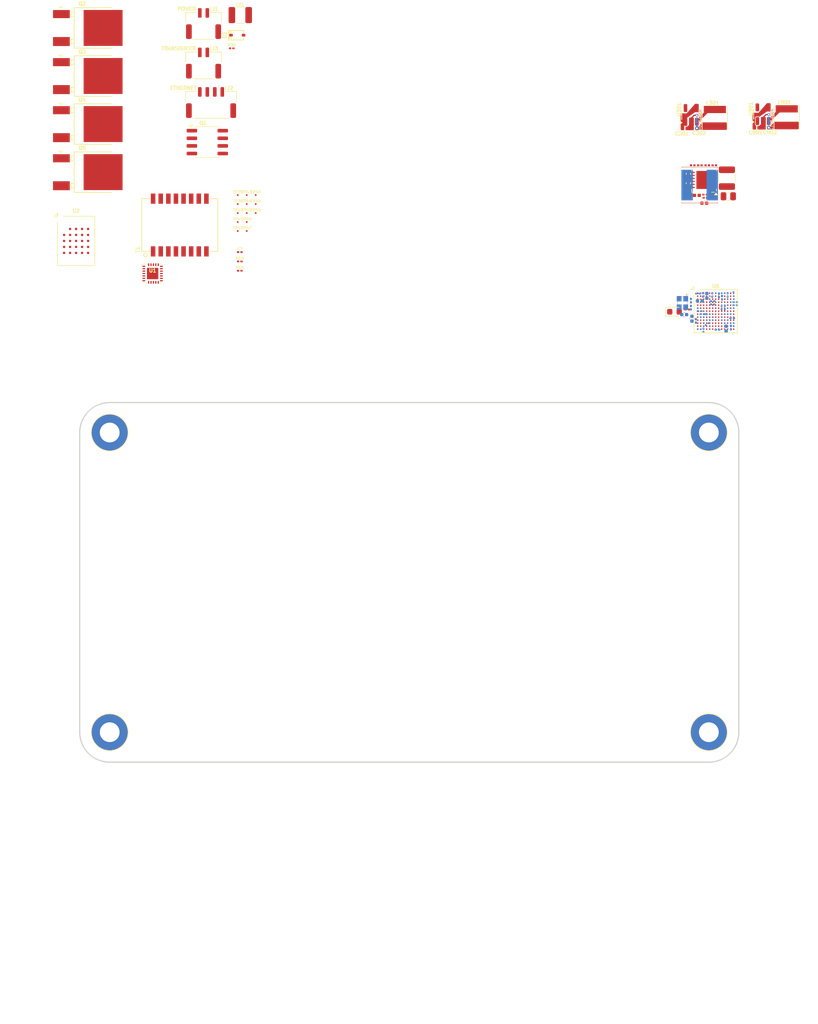
<source format=kicad_pcb>
(kicad_pcb (version 20241229) (generator "pcbnew") (generator_version "9.0")
  (title_block (title "Sonar Development Board"))
  (layers (0 "F.Cu" signal) (2 "B.Cu" signal) (13 "F.Paste" user) (15 "B.Paste" user) (5 "F.SilkS" user "F.Silkscreen") (7 "B.SilkS" user "B.Silkscreen") (1 "F.Mask" user) (3 "B.Mask" user) (25 "Edge.Cuts" user))
  (property "PCBA_BR_REVISION" "A")
  (property "PCBA_BR_TAB_NUMBER" "002")
  (property "PCB_BR_BASE_NUMBER" "103907")
  (property "PCB_BR_REVISION" "A")
  (property "SCALE" "1")
  (net 0 "")
  (net 1 "/MCU/VCAP1")
  (net 2 "Net-(D1-A)")
  (net 3 "GND")
  (net 6 "3V3")
  (net 7 "/Power/V_SENSE")
  (net 9 "/MCU/OSC_IN")
  (net 10 "/MCU/OSC_OUT")
  (net 11 "/Power/3V3 Buck/SW")
  (net 13 "/MCU/VCAP2")
  (net 15 "Net-(U6-BOOT0)")
  (net 21 "/MCU/nRST")
  (net 23 "/Power/3V3")
  (net 30 "/Power/VIN_PROTECTED")
  (net 33 "VIN")
  (net 45 "Net-(D2-A)")
  (net 68 "/ETH.RX-")
  (net 70 "/ETH.RX+")
  (net 73 "/ETH.TX+")
  (net 80 "/ETH.TX-")
  (net 81 "/SONAR_SIGNAL")
  (net 106 "/MCU/COMM_P")
  (net 107 "/MCU/TIM4_CH1")
  (net 110 "/MCU/TIM4_CH3")
  (net 112 "/MCU/COMM_N")
  (net 115 "/MCU/DEBUG_LED")
  (net 117 "Net-(U1-RD_N)")
  (net 122 "Net-(U1-TD_N)")
  (net 124 "/Ethernet/ETH.TX-")
  (net 126 "VDDA")
  (net 128 "Net-(U1-RD_P)")
  (net 130 "/Ethernet/ETH.RX+")
  (net 134 "/Ethernet/ETH.RX-")
  (net 136 "Net-(U1-TD_P)")
  (net 143 "/Ethernet/ETH.TX+")
  (net 145 "Net-(U5-BST)")
  (net 147 "Net-(U5-FB)")
  (net 148 "Net-(U5-VCC)")
  (net 149 "VIN_PROTECTED")
  (net 150 "Net-(U5-RON)")
  (net 151 "PGND_3V3")
  (net 152 "Net-(U5-EN{slash}UVLO)")
  (net 153 "Net-(U5-SS)")
  (net 154 "Net-(C23-Pad1)")
  (net 155 "/MCU/PHY_WAKE_IN")
  (net 156 "/MCU/PHY_INH")
  (net 157 "/MCU/PHY_nRST")
  (net 158 "/MCU/I2C4.SDA")
  (net 159 "/MCU/PHY_WAKE_OUT")
  (net 160 "/MCU/PHY_nIRQ")
  (net 161 "/MCU/SWDIO")
  (net 162 "/MCU/SWCLK")
  (net 163 "/MCU/PHY_REF_CLK")
  (net 164 "/MCU/MAC.MDIO")
  (net 165 "/MCU/ISENSE")
  (net 166 "/MCU/DAC")
  (net 167 "/MCU/MAC.RXDV")
  (net 168 "/MCU/USART1.TX")
  (net 169 "/MCU/USART1.RX")
  (net 170 "/MCU/PHY_GPIO0")
  (net 171 "/MCU/VTHERM")
  (net 172 "/MCU/MAC.RXER")
  (net 173 "/MCU/MAC.TXEN")
  (net 174 "/MCU/MAC.TXD0")
  (net 175 "/MCU/MAC.TXD1")
  (net 176 "/MCU/MAC.MDC")
  (net 177 "/MCU/MAC.RXD0")
  (net 178 "/MCU/MAC.RXD1")
  (net 179 "/MCU/BOOST_MODE")
  (net 180 "/MCU/LED_ENABLE")
  (net 181 "/MCU/OCTOSPI1.DQS")
  (net 182 "/MCU/OCTOSPI1.NCLK")
  (net 183 "/MCU/VSENSE")
  (net 184 "/MCU/T1S_TERM_GATE")
  (net 185 "/MCU/I2C4.SCL")
  (net 186 "/MCU/OCTOSPI1.IO2")
  (net 187 "/MCU/OCTOSPI1.IO5")
  (net 188 "/MCU/OCTOSPI1.IO6")
  (net 189 "/MCU/OCTOSPI1.IO7")
  (net 190 "/MCU/OCTOSPI1.NCS")
  (net 191 "/MCU/OCTOSPI1.CLK")
  (net 192 "/MCU/OCTOSPI1.IO1")
  (net 193 "/MCU/OCTOSPI1.IO0")
  (net 194 "/MCU/OCTOSPI1.IO3")
  (net 195 "/MCU/OCTOSPI1.IO4")
  (net 196 "/MCU/PSRAM_nRST")
  (net 197 "/Ethernet/MAC.TXEN")
  (net 199 "/Ethernet/MAC.TXD1")
  (net 207 "/Ethernet/MAC.TXD0")
  (net 208 "/Ethernet/MAC.RXD1")
  (net 209 "/Ethernet/MAC.RXD0")
  (net 210 "/Ethernet/MAC.MDC")
  (net 211 "/Ethernet/MAC.MDIO")
  (net 213 "/Ethernet/MAC.RXER")
  (net 215 "/Ethernet/MAC.CRSDV")
  (net 217 "/Ethernet/nRST")
  (net 242 "/3V3 Buck/SW")
  (net 243 "/3V3 Buck/RSET")
  (net 244 "/3V3 Buck/PGND")
  (net 245 "5V")
  (net 246 "/1V1 Buck/PGND")
  (net 247 "/1V1 Buck/SW")
  (net 248 "/1V1 Buck/RSET")
  (net 249 "1V1")
  (net 250 "/1V1 Buck/EN")
  (footprint "BR_Passives:R_0201_0603Metric-minimized" (layer "F.Cu") (at 141.372352 68.975895 180)
    (property "Reference" "R35" (hide yes))
    (property "Value" "3k")
  )
  (footprint "BR_Passives:C_0402_1005Metric-minimized" (layer "F.Cu") (at 152.999847 38.641377)
    (property "Reference" "C901")
    (property "Value" "10uF 10V")
  )
  (footprint "BR_Optoelectronics:LED_0603_1608Metric" (layer "F.Cu") (at 139.262146 69.345804)
    (property "Reference" "D1" (hide yes))
    (property "Value" "DEBUG" (hide yes))
  )
  (footprint "BR_Virtual_Parts:TP_ROUND_SMT_300um" (layer "F.Cu") (at 67.867347 49.875127)
    (property "Reference" "TP43")
    (property "Value" "TP_ROUND_TH_300um" (hide yes))
  )
  (footprint "BR_Passives:R_0201_0603Metric-minimized" (layer "F.Cu") (at 142.3075 44.905 180)
    (property "Reference" "R4" (hide yes))
    (property "Value" "49k9")
  )
  (footprint "BR_Virtual_Parts:TP_ROUND_SMT_300um" (layer "F.Cu") (at 66.367347 55.875127)
    (property "Reference" "TP42")
    (property "Value" "TP_ROUND_TH_300um" (hide yes))
  )
  (footprint "BR_Passives:R_0201_0603Metric-minimized" (layer "F.Cu") (at 144.3725 49.805)
    (property "Reference" "R6" (hide yes))
    (property "Value" "10k")
  )
  (footprint "BR_Virtual_Parts:TP_ROUND_SMT_300um" (layer "F.Cu") (at 69.367347 52.875127)
    (property "Reference" "TP50")
    (property "Value" "TP_ROUND_TH_300um" (hide yes))
  )
  (footprint "BR_Passives:C_0402_1005Metric-minimized" (layer "F.Cu") (at 142.99 49.93)
    (property "Reference" "C23" (hide yes))
    (property "Value" "1uF 50V" (hide yes))
  )
  (footprint "BR_Passives:C_0402_1005Metric-minimized" (layer "F.Cu") (at 141.59 46.33 90)
    (property "Reference" "C46" (hide yes))
    (property "Value" "1uF 50V" (hide yes))
  )
  (footprint "BR_IC:UFBGA-169_7x7mm_Layout13x13_P0.5mm-minimized" (layer "F.Cu") (at 146.14 69.2475)
    (property "Reference" "U6")
    (property "Value" "STM32H563AII3Q" (hide yes))
  )
  (footprint "BR_Connectors_JST:BM02B-GHS-TBT" (layer "F.Cu") (at 60.667347 28.253274)
    (property "Reference" "J3")
    (property "Value" "TRANSDUCER")
  )
  (footprint "BR_Connectors_JST:BM02B-GHS-TBT" (layer "F.Cu") (at 60.667347 21.660127)
    (property "Reference" "J1")
    (property "Value" "POWER")
  )
  (footprint "BR_IC:WQFN-24-3x3x0.8mm-DRV8311" (layer "F.Cu") (at 52.167347 62.970127)
    (property "Reference" "U1")
    (property "Value" "DP83825IRMQR" (hide yes))
  )
  (footprint "BR_Virtual_Parts:M3_Clearance_Plated_6mm" (layer "F.Cu") (at 44.999847 139.500127)
    (property "Reference" "H3" (hide yes))
    (property "Value" "M3_Clearance_Plated_6mm" (hide yes))
  )
  (footprint "BR_SOT:SOT-23-5_mini" (layer "F.Cu") (at 154.049847 36.391377 90)
    (property "Reference" "U901")
    (property "Value" "TLV62569DBVR" (hide yes))
  )
  (footprint "BR_Virtual_Parts:TP_ROUND_SMT_300um" (layer "F.Cu") (at 69.367347 51.375127)
    (property "Reference" "TP49")
    (property "Value" "TP_ROUND_TH_300um" (hide yes))
  )
  (footprint "BR_SOT:TO-252-2_L6.5-W6.1-P4.58-LS10.0-TL" (layer "F.Cu") (at 40.417347 21.970127)
    (property "Reference" "Q2")
    (property "Value" "MJD44H11T4G")
  )
  (footprint "BR_Virtual_Parts:M3_Clearance_Plated_6mm" (layer "F.Cu") (at 144.999847 89.500127)
    (property "Reference" "H1" (hide yes))
    (property "Value" "M3_Clearance_Plated_6mm" (hide yes))
  )
  (footprint "BR_Virtual_Parts:M3_Clearance_Plated_6mm" (layer "F.Cu") (at 144.999847 139.500127)
    (property "Reference" "H4" (hide yes))
    (property "Value" "M3_Clearance_Plated_6mm" (hide yes))
  )
  (footprint "BR_Passives:C_0402_1005Metric-minimized" (layer "F.Cu") (at 140.999847 38.750127)
    (property "Reference" "C301")
    (property "Value" "10uF 10V")
  )
  (footprint "BR_SOT:TO-252-2_L6.5-W6.1-P4.58-LS10.0-TL" (layer "F.Cu") (at 40.417347 38.010127)
    (property "Reference" "Q4")
    (property "Value" "MJD45H11T4G")
  )
  (footprint "BR_Passives:R_0201_0603Metric-minimized" (layer "F.Cu") (at 144.7375 44.905 180)
    (property "Reference" "R38" (hide yes))
    (property "Value" "10k")
  )
  (footprint "BR_Virtual_Parts:TP_ROUND_SMT_300um" (layer "F.Cu") (at 66.367347 52.875127)
    (property "Reference" "TP40")
    (property "Value" "TP_ROUND_TH_300um" (hide yes))
  )
  (footprint "BR_Passives:C_0402_1005Metric-minimized" (layer "F.Cu") (at 154.599847 38.641377 180)
    (property "Reference" "C902")
    (property "Value" "10uF 10V")
  )
  (footprint "BR_Virtual_Parts:TP_ROUND_SMT_300um" (layer "F.Cu") (at 69.367347 49.875127)
    (property "Reference" "TP48")
    (property "Value" "TP_ROUND_TH_300um" (hide yes))
  )
  (footprint "BR_Connectors_JST:BM04B-GHS-TBT" (layer "F.Cu") (at 61.917347 34.840127)
    (property "Reference" "J2")
    (property "Value" "ETHERNET")
  )
  (footprint "BR_IC:BGA-24_6x8mm_Layout5x5_P1.0mm" (layer "F.Cu") (at 39.392347 57.530127)
    (property "Reference" "U2")
    (property "Value" "W958D8NBYA5I")
  )
  (footprint "BR_Passives:C_1210_3225Metric" (layer "F.Cu") (at 66.792347 19.850127)
    (property "Reference" "C61")
    (property "Value" "10uF 100V" (hide yes))
  )
  (footprint "BR_SOT:TO-252-2_L6.5-W6.1-P4.58-LS10.0-TL" (layer "F.Cu") (at 40.417347 29.990127)
    (property "Reference" "Q3")
    (property "Value" "MJD45H11T4G")
  )
  (footprint "BR_Virtual_Parts:NetTie-2_SMD_Pad_0.18mm_wide_long" (layer "F.Cu") (at 142.694252 36.556914)
    (property "Reference" "NT301" (hide yes))
    (property "Value" "NetTie-2_0.18mm" (hide yes))
  )
  (footprint "BR_Passives:R_0201_0603Metric-minimized" (layer "F.Cu") (at 141.74 49.28 -90)
    (property "Reference" "R8" (hide yes))
    (property "Value" "10k")
  )
  (footprint "BR_Virtual_Parts:TP_ROUND_SMT_300um" (layer "F.Cu") (at 67.867347 55.875127)
    (property "Reference" "TP47")
    (property "Value" "TP_ROUND_TH_300um" (hide yes))
  )
  (footprint "BR_Inductors:H1102FNL" (layer "F.Cu") (at 56.692347 54.875127)
    (property "Reference" "T1")
    (property "Value" "HR641680E" (hide yes))
  )
  (footprint "BR_Virtual_Parts:TP_ROUND_SMT_300um" (layer "F.Cu") (at 66.367347 49.875127)
    (property "Reference" "TP35")
    (property "Value" "TP_ROUND_TH_300um" (hide yes))
  )
  (footprint "BR_SOT:SOT-23-5_mini" (layer "F.Cu") (at 142.049847 36.500127 90)
    (property "Reference" "U301")
    (property "Value" "TLV62569DBVR" (hide yes))
  )
  (footprint "BR_Passives:C_0402_1005Metric-minimized" (layer "F.Cu") (at 142.599847 38.750127 180)
    (property "Reference" "C302")
    (property "Value" "10uF 10V")
  )
  (footprint "BR_Passives:C_1210_3225Metric" (layer "F.Cu") (at 148.013612 47.059117 -90)
    (property "Reference" "C58" (hide yes))
    (property "Value" "10uF 100V" (hide yes))
  )
  (footprint "BR_Passives:C_0402_1005Metric-minimized" (layer "F.Cu") (at 144.244672 51.232886)
    (property "Reference" "C56" (hide yes))
    (property "Value" "10nF 50V" (hide yes))
  )
  (footprint "BR_Passives:C_0402_1005Metric-minimized" (layer "F.Cu") (at 141.59 47.905 -90)
    (property "Reference" "C20" (hide yes))
    (property "Value" "10nF 50V" (hide yes))
  )
  (footprint "BR_Virtual_Parts:TP_ROUND_SMT_300um" (layer "F.Cu") (at 67.867347 54.375127)
    (property "Reference" "TP46")
    (property "Value" "TP_ROUND_TH_300um" (hide yes))
  )
  (footprint "BR_Passives:C_0805_2012Metric-minimized" (layer "F.Cu") (at 148.244672 50.082886)
    (property "Reference" "C59" (hide yes))
    (property "Value" "22uF 25V" (hide yes))
  )
  (footprint "BR_Virtual_Parts:TP_ROUND_SMT_300um" (layer "F.Cu") (at 67.867347 51.375127)
    (property "Reference" "TP44")
    (property "Value" "TP_ROUND_TH_300um" (hide yes))
  )
  (footprint "BR_IC:WSON-12-1EP_4x4mm_P0.5mm_EP2.6x3mm" (layer "F.Cu") (at 144.222494 47.355 180)
    (property "Reference" "U5" (hide yes))
    (property "Value" "LM5160ADNTR" (hide yes))
  )
  (footprint "BR_Passives:R_0201_0603Metric-minimized" (layer "F.Cu") (at 65.367347 25.400127)
    (property "Reference" "R36")
    (property "Value" "47k")
  )
  (footprint "BR_Inductors:L_Taiyo-Yuden_NR-4018" (layer "F.Cu") (at 157.999847 36.891377 -90)
    (property "Reference" "L901")
    (property "Value" "2u2 2.2A" (hide yes))
  )
  (footprint "BR_Discretes:D_SOD-323" (layer "F.Cu") (at 66.292347 23.200127)
    (property "Reference" "D2")
    (property "Value" "10V" (hide yes))
  )
  (footprint "BR_Passives:R_0201_0603Metric-minimized" (layer "F.Cu") (at 144.415 50.33 180)
    (property "Reference" "R5" (hide yes))
    (property "Value" "6k49")
  )
  (footprint "BR_SO:SO-8_3.9x4.9mm_P1.27mm" (layer "F.Cu") (at 61.292347 41.040127)
    (property "Reference" "Q1")
    (property "Value" "DMP6023LSS-13")
  )
  (footprint "BR_Passives:R_0201_0603Metric-minimized" (layer "F.Cu") (at 143.505 44.905)
    (property "Reference" "R21" (hide yes))
    (property "Value" "30k")
  )
  (footprint "BR_Virtual_Parts:TP_ROUND_SMT_300um" (layer "F.Cu") (at 66.367347 51.375127)
    (property "Reference" "TP36")
    (property "Value" "TP_ROUND_TH_300um" (hide yes))
  )
  (footprint "BR_SOT:TO-252-2_L6.5-W6.1-P4.58-LS10.0-TL" (layer "F.Cu") (at 40.417347 46.030127)
    (property "Reference" "Q5")
    (property "Value" "MJD44H11T4G")
  )
  (footprint "BR_Virtual_Parts:NetTie-2_SMD_Pad_0.18mm_wide_long" (layer "F.Cu") (at 154.694252 36.448164)
    (property "Reference" "NT901" (hide yes))
    (property "Value" "NetTie-2_0.18mm" (hide yes))
  )
  (footprint "BR_Passives:R_0201_0603Metric-minimized" (layer "F.Cu") (at 66.717347 62.500127)
    (property "Reference" "R18")
    (property "Value" "3k")
  )
  (footprint "BR_Virtual_Parts:NetTie-2_SMD_Pad_0.18mm_wide_long" (layer "F.Cu") (at 145.665 48.105 180)
    (property "Reference" "NT2" (hide yes))
    (property "Value" "NetTie-2_0.18mm" (hide yes))
  )
  (footprint "BR_Passives:R_0201_0603Metric-minimized" (layer "F.Cu") (at 66.717347 60.950127)
    (property "Reference" "R15")
    (property "Value" "47k")
  )
  (footprint "BR_Virtual_Parts:M3_Clearance_Plated_6mm" (layer "F.Cu") (at 44.999847 89.500127)
    (property "Reference" "H2" (hide yes))
    (property "Value" "M3_Clearance_Plated_6mm" (hide yes))
  )
  (footprint "BR_Passives:C_0201_0603Metric-minimized" (layer "F.Cu") (at 66.717347 59.400127)
    (property "Reference" "C7")
    (property "Value" "100nF 25V")
  )
  (footprint "BR_Virtual_Parts:TP_ROUND_SMT_300um" (layer "F.Cu") (at 67.867347 52.875127)
    (property "Reference" "TP45")
    (property "Value" "TP_ROUND_TH_300um" (hide yes))
  )
  (footprint "BR_Passives:C_0201_0603Metric-minimized" (layer "F.Cu") (at 145.9075 44.905 180)
    (property "Reference" "C57" (hide yes))
    (property "Value" "100nF 25V" (hide yes))
  )
  (footprint "BR_Virtual_Parts:TP_ROUND_SMT_300um" (layer "F.Cu") (at 66.367347 54.375127)
    (property "Reference" "TP41")
    (property "Value" "TP_ROUND_TH_300um" (hide yes))
  )
  (footprint "BR_Inductors:L_Taiyo-Yuden_NR-4018" (layer "F.Cu") (at 145.999847 37.000127 -90)
    (property "Reference" "L301")
    (property "Value" "2u2 2.2A" (hide yes))
  )
  (footprint "BR_Virtual_Parts:TP_ROUND_SMT_300um" (layer "B.Cu") (at 149.11 66.075 180)
    (property "Reference" "TP6" (hide yes))
    (property "Value" "TP_ROUND_TH_300um" (hide yes))
  )
  (footprint "BR_Virtual_Parts:TP_ROUND_SMT_300um" (layer "B.Cu") (at 148.14 69.7475 180)
    (property "Reference" "TP33" (hide yes))
    (property "Value" "TP_ROUND_TH_300um" (hide yes))
  )
  (footprint "BR_Passives:C_0201_0603Metric-minimized" (layer "B.Cu") (at 145.624052 67.586459 180)
    (property "Reference" "C10" (hide yes))
    (property "Value" "100nF 25V" (hide yes))
  )
  (footprint "BR_Passives:R_0201_0603Metric-minimized" (layer "B.Cu") (at 142.999847 38.000127 90)
    (property "Reference" "R104")
    (property "Value" "45k3")
  )
  (footprint "BR_Passives:C_0201_0603Metric-minimized" (layer "B.Cu") (at 146.68 66.615 -90)
    (property "Reference" "C41" (hide yes))
    (property "Value" "100nF 25V" (hide yes))
  )
  (footprint "BR_Virtual_Parts:TP_ROUND_SMT_300um" (layer "B.Cu") (at 143.14 72.25 180)
    (property "Reference" "TP1" (hide yes))
    (property "Value" "TP_ROUND_TH_300um" (hide yes))
  )
  (footprint "BR_Passives:C_0201_0603Metric-minimized" (layer "B.Cu") (at 142.003016 67.492899 -90)
    (property "Reference" "C11" (hide yes))
    (property "Value" "6pF 50V" (hide yes))
  )
  (footprint "BR_Passives:R_0201_0603Metric-minimized" (layer "B.Cu") (at 143.001747 36.833048 90)
    (property "Reference" "R301")
    (property "Value" "10k")
  )
  (footprint "BR_Virtual_Parts:TP_ROUND_SMT_300um" (layer "B.Cu") (at 149.14 66.745 180)
    (property "Reference" "TP20" (hide yes))
    (property "Value" "TP_ROUND_TH_300um" (hide yes))
  )
  (footprint "BR_Virtual_Parts:TP_ROUND_SMT_300um" (layer "B.Cu") (at 147.64 66.25 180)
    (property "Reference" "TP5" (hide yes))
    (property "Value" "TP_ROUND_TH_300um" (hide yes))
  )
  (footprint "BR_Virtual_Parts:TP_ROUND_SMT_300um" (layer "B.Cu") (at 145.14 71.745 180)
    (property "Reference" "TP29" (hide yes))
    (property "Value" "TP_ROUND_TH_300um" (hide yes))
  )
  (footprint "BR_Virtual_Parts:TP_ROUND_SMT_300um" (layer "B.Cu") (at 145.14 69.755 180)
    (property "Reference" "TP11" (hide yes))
    (property "Value" "TP_ROUND_TH_300um" (hide yes))
  )
  (footprint "BR_Virtual_Parts:TP_ROUND_SMT_300um" (layer "B.Cu") (at 144.14 71.25 180)
    (property "Reference" "TP12" (hide yes))
    (property "Value" "TP_ROUND_TH_300um" (hide yes))
  )
  (footprint "BR_Virtual_Parts:TP_ROUND_SMT_300um" (layer "B.Cu") (at 143.14 68.745 180)
    (property "Reference" "TP30" (hide yes))
    (property "Value" "TP_ROUND_TH_300um" (hide yes))
  )
  (footprint "BR_Passives:C_0201_0603Metric-minimized" (layer "B.Cu") (at 145.564115 66.555375 -90)
    (property "Reference" "C32" (hide yes))
    (property "Value" "100nF 25V" (hide yes))
  )
  (footprint "BR_Passives:C_0201_0603Metric-minimized" (layer "B.Cu") (at 149.409925 68.251242)
    (property "Reference" "C42" (hide yes))
    (property "Value" "100nF 25V" (hide yes))
  )
  (footprint "BR_Virtual_Parts:TP_ROUND_SMT_300um" (layer "B.Cu") (at 147.14 66.25 180)
    (property "Reference" "TP31" (hide yes))
    (property "Value" "TP_ROUND_TH_300um" (hide yes))
  )
  (footprint "BR_Passives:R_0201_0603Metric-minimized" (layer "B.Cu") (at 147.129136 68.64512 90)
    (property "Reference" "R23" (hide yes))
    (property "Value" "4k7")
  )
  (footprint "BR_Passives:R_0201_0603Metric-minimized" (layer "B.Cu") (at 145.624052 68.111459)
    (property "Reference" "R31" (hide yes))
    (property "Value" "10k")
  )
  (footprint "BR_Passives:C_0201_0603Metric-minimized" (layer "B.Cu") (at 148.9 70.425 180)
    (property "Reference" "C38" (hide yes))
    (property "Value" "100nF 25V" (hide yes))
  )
  (footprint "BR_Virtual_Parts:TP_ROUND_SMT_300um" (layer "B.Cu") (at 143.64 70.245 180)
    (property "Reference" "TP13" (hide yes))
    (property "Value" "TP_ROUND_TH_300um" (hide yes))
  )
  (footprint "BR_Passives:C_0201_0603Metric-minimized" (layer "B.Cu") (at 149.409925 67.744046)
    (property "Reference" "C43" (hide yes))
    (property "Value" "100nF 25V" (hide yes))
  )
  (footprint "BR_Virtual_Parts:TP_ROUND_SMT_300um" (layer "B.Cu") (at 147.64 69.7475 180)
    (property "Reference" "TP26" (hide yes))
    (property "Value" "TP_ROUND_TH_300um" (hide yes))
  )
  (footprint "BR_Passives:R_0201_0603Metric-minimized" (layer "B.Cu") (at 147.654593 68.64512 90)
    (property "Reference" "R27" (hide yes))
    (property "Value" "4k7")
  )
  (footprint "BR_Passives:C_0201_0603Metric-minimized" (layer "B.Cu") (at 142.837488 70.873654 90)
    (property "Reference" "C50" (hide yes))
    (property "Value" "100nF 25V" (hide yes))
  )
  (footprint "BR_Virtual_Parts:TP_ROUND_SMT_300um" (layer "B.Cu") (at 149.14 68.745 180)
    (property "Reference" "TP17" (hide yes))
    (property "Value" "TP_ROUND_TH_300um" (hide yes))
  )
  (footprint "BR_Virtual_Parts:TP_ROUND_SMT_300um" (layer "B.Cu") (at 145.64 70.7475 180)
    (property "Reference" "TP37" (hide yes))
    (property "Value" "TP_ROUND_TH_300um" (hide yes))
  )
  (footprint "BR_Virtual_Parts:TP_ROUND_SMT_300um" (layer "B.Cu") (at 144.64 70.75 180)
    (property "Reference" "TP38" (hide yes))
    (property "Value" "TP_ROUND_TH_300um" (hide yes))
  )
  (footprint "BR_Virtual_Parts:TP_ROUND_SMT_300um" (layer "B.Cu") (at 143.64 72.25 180)
    (property "Reference" "TP2" (hide yes))
    (property "Value" "TP_ROUND_TH_300um" (hide yes))
  )
  (footprint "BR_Inductors:IND_VLS6045EX-101M" (layer "B.Cu") (at 143.469672 48.207886)
    (property "Reference" "L1" (hide yes))
    (property "Value" "10uH 2.45A" (hide yes))
  )
  (footprint "BR_Passives:C_0201_0603Metric-minimized" (layer "B.Cu") (at 142.003016 68.668146 90)
    (property "Reference" "C12" (hide yes))
    (property "Value" "6pF 50V" (hide yes))
  )
  (footprint "BR_Virtual_Parts:TP_ROUND_SMT_300um" (layer "B.Cu") (at 148.14 68.2475 180)
    (property "Reference" "TP18" (hide yes))
    (property "Value" "TP_ROUND_TH_300um" (hide yes))
  )
  (footprint "BR_Virtual_Parts:TP_ROUND_SMT_300um" (layer "B.Cu") (at 144.14 70.25 180)
    (property "Reference" "TP27" (hide yes))
    (property "Value" "TP_ROUND_TH_300um" (hide yes))
  )
  (footprint "BR_Virtual_Parts:TP_ROUND_SMT_300um" (layer "B.Cu") (at 148.64 68.75 180)
    (property "Reference" "TP16" (hide yes))
    (property "Value" "TP_ROUND_TH_300um" (hide yes))
  )
  (footprint "BR_Passives:C_0201_0603Metric-minimized" (layer "B.Cu") (at 146.44469 72.341327)
    (property "Reference" "C35" (hide yes))
    (property "Value" "100nF 25V" (hide yes))
  )
  (footprint "BR_Passives:C_0201_0603Metric-minimized" (layer "B.Cu") (at 147.19 67.005 -90)
    (property "Reference" "C40" (hide yes))
    (property "Value" "100nF 25V" (hide yes))
  )
  (footprint "BR_Virtual_Parts:TP_ROUND_SMT_300um" (layer "B.Cu") (at 147.14 70.25 180)
    (property "Reference" "TP21" (hide yes))
    (property "Value" "TP_ROUND_TH_300um" (hide yes))
  )
  (footprint "BR_Passives:C_0201_0603Metric-minimized" (layer "B.Cu") (at 144.030912 66.523364 -90)
    (property "Reference" "C54" (hide yes))
    (property "Value" "100nF 25V" (hide yes))
  )
  (footprint "BR_Virtual_Parts:TP_ROUND_SMT_300um" (layer "B.Cu") (at 149.14 67.2475 180)
    (property "Reference" "TP19" (hide yes))
    (property "Value" "TP_ROUND_TH_300um" (hide yes))
  )
  (footprint "BR_Passives:C_0201_0603Metric-minimized" (layer "B.Cu") (at 144.093746 72.457568 -90)
    (property "Reference" "C36" (hide yes))
    (property "Value" "100nF 25V" (hide yes))
  )
  (footprint "BR_Passives:C_0201_0603Metric-minimized" (layer "B.Cu") (at 143.46302 69.249287)
    (property "Reference" "C39" (hide yes))
    (property "Value" "100nF 25V" (hide yes))
  )
  (footprint "BR_Passives:C_0201_0603Metric-minimized" (layer "B.Cu") (at 148.678538 71.991171 90)
    (property "Reference" "C34" (hide yes))
    (property "Value" "100nF 25V" (hide yes))
  )
  (footprint "BR_Virtual_Parts:TP_ROUND_SMT_400um" (layer "B.Cu") (at 144.6075 69.75 180)
    (property "Reference" "TP9" (hide yes))
    (property "Value" "TP_ROUND_TH_400um" (hide yes))
  )
  (footprint "BR_Virtual_Parts:TP_ROUND_SMT_300um" (layer "B.Cu") (at 147.64 67.2475 180)
    (property "Reference" "TP8" (hide yes))
    (property "Value" "TP_ROUND_TH_300um" (hide yes))
  )
  (footprint "BR_Virtual_Parts:TP_ROUND_SMT_300um" (layer "B.Cu") (at 145.64 70.2475 180)
    (property "Reference" "TP22" (hide yes))
    (property "Value" "TP_ROUND_TH_300um" (hide yes))
  )
  (footprint "BR_Virtual_Parts:TP_ROUND_SMT_300um" (layer "B.Cu") (at 149.14 71.2475 180)
    (property "Reference" "TP39" (hide yes))
    (property "Value" "TP_ROUND_TH_300um" (hide yes))
  )
  (footprint "BR_Passives:C_0402_1005Metric-minimized" (layer "B.Cu") (at 144.665093 66.692478 -90)
    (property "Reference" "C5" (hide yes))
    (property "Value" "2u2F 10V" (hide yes))
  )
  (footprint "BR_Passives:C_0201_0603Metric-minimized" (layer "B.Cu") (at 143.921466 69.7475)
    (property "Reference" "C28" (hide yes))
    (property "Value" "100nF 25V" (hide yes))
  )
  (footprint "BR_Virtual_Parts:TP_ROUND_SMT_300um" (layer "B.Cu") (at 148.64 67.755 180)
    (property "Reference" "TP7" (hide yes))
    (property "Value" "TP_ROUND_TH_300um" (hide yes))
  )
  (footprint "BR_Passives:C_0402_1005Metric-minimized" (layer "B.Cu") (at 142.176142 70.50009 90)
    (property "Reference" "C31" (hide yes))
    (property "Value" "10uF 10V" (hide yes))
  )
  (footprint "BR_Virtual_Parts:TP_ROUND_SMT_300um" (layer "B.Cu") (at 149.14 71.75 180)
    (property "Reference" "TP3" (hide yes))
    (property "Value" "TP_ROUND_TH_300um" (hide yes))
  )
  (footprint "BR_Passives:C_0201_0603Metric-minimized" (layer "B.Cu") (at 155.001378 38.183288 90)
    (property "Reference" "R112")
    (property "Value" "8k25")
  )
  (footprint "BR_Virtual_Parts:TP_ROUND_SMT_300um" (layer "B.Cu") (at 146.14 66.2475 180)
    (property "Reference" "TP32" (hide yes))
    (property "Value" "TP_ROUND_TH_300um" (hide yes))
  )
  (footprint "BR_Passives:C_0402_1005Metric-minimized" (layer "B.Cu") (at 147.878495 72.164622 90)
    (property "Reference" "C22" (hide yes))
    (property "Value" "2u2F 10V" (hide yes))
  )
  (footprint "BR_Virtual_Parts:TP_ROUND_SMT_300um" (layer "B.Cu") (at 145.14 66.75 180)
    (property "Reference" "TP10" (hide yes))
    (property "Value" "TP_ROUND_TH_300um" (hide yes))
  )
  (footprint "BR_Virtual_Parts:TP_ROUND_SMT_300um" (layer "B.Cu") (at 147.14 70.75 180)
    (property "Reference" "TP23" (hide yes))
    (property "Value" "TP_ROUND_TH_300um" (hide yes))
  )
  (footprint "BR_Passives:R_0402_1005Metric-minimized" (layer "B.Cu") (at 140.89 69.825)
    (property "Reference" "R32" (hide yes))
    (property "Value" "10R" (hide yes))
  )
  (footprint "BR_Virtual_Parts:TP_ROUND_SMT_300um" (layer "B.Cu") (at 148.14 70.75 180)
    (property "Reference" "TP25" (hide yes))
    (property "Value" "TP_ROUND_TH_300um" (hide yes))
  )
  (footprint "BR_Passives:C_0201_0603Metric-minimized" (layer "B.Cu") (at 148.13 66.545 -90)
    (property "Reference" "C30" (hide yes))
    (property "Value" "100nF 25V" (hide yes))
  )
  (footprint "BR_Passives:C_0402_1005Metric-minimized" (layer "B.Cu") (at 143.490906 67.541867)
    (property "Reference" "C45" (hide yes))
    (property "Value" "10uF 10V" (hide yes))
  )
  (footprint "BR_Virtual_Parts:TP_ROUND_SMT_300um" (layer "B.Cu") (at 147.64 71.2475 180)
    (property "Reference" "TP24" (hide yes))
    (property "Value" "TP_ROUND_TH_300um" (hide yes))
  )
  (footprint "BR_Passives:C_0201_0603Metric-minimized" (layer "B.Cu") (at 143.200375 66.325)
    (property "Reference" "C33" (hide yes))
    (property "Value" "100nF 25V" (hide yes))
  )
  (footprint "BR_Oscillators:Crystal_SMD_2016-4Pin_2.0x1.6mm" (layer "B.Cu") (at 140.590001 67.874999 -90)
    (property "Reference" "X1" (hide yes))
    (property "Value" "25MHz 8pF")
  )
  (footprint "BR_Virtual_Parts:TP_ROUND_SMT_300um" (layer "B.Cu") (at 144.94 71.255 180)
    (property "Reference" "TP28" (hide yes))
    (property "Value" "TP_ROUND_TH_300um" (hide yes))
  )
  (footprint "BR_Virtual_Parts:TP_ROUND_SMT_300um" (layer "B.Cu") (at 148.64 69.7475 180)
    (property "Reference" "TP34" (hide yes))
    (property "Value" "TP_ROUND_TH_300um" (hide yes))
  )
  (footprint "BR_Virtual_Parts:TP_ROUND_SMT_300um" (layer "B.Cu") (at 144.47 71.575 180)
    (property "Reference" "TP14" (hide yes))
    (property "Value" "TP_ROUND_TH_300um" (hide yes))
  )
  (footprint "BR_Virtual_Parts:TP_ROUND_SMT_300um" (layer "B.Cu") (at 148.64 71.2475 180)
    (property "Reference" "TP4" (hide yes))
    (property "Value" "TP_ROUND_TH_300um" (hide yes))
  )
  (footprint "BR_Passives:R_0201_0603Metric-minimized" (layer "B.Cu") (at 155.001747 36.724298 90)
    (property "Reference" "R901")
    (property "Value" "10k")
  )
  (footprint "BR_Virtual_Parts:TP_ROUND_SMT_300um" (layer "B.Cu") (at 145.14 70.75 180)
    (property "Reference" "TP15" (hide yes))
    (property "Value" "TP_ROUND_TH_300um" (hide yes))
  )
  (gr_line (start 149.999847 139.500127) (end 149.999847 89.507875) (stroke (width 0.2)) (layer "Edge.Cuts"))
  (gr_arc (start 144.999847 84.500127) (mid 148.535381 85.964593) (end 149.999847 89.500127) (stroke (width 0.2)) (layer "Edge.Cuts"))
  (gr_arc (start 149.999847 139.500127) (mid 148.535381 143.035661) (end 144.999847 144.500127) (stroke (width 0.2)) (layer "Edge.Cuts"))
  (gr_arc (start 44.999847 144.500127) (mid 41.464313 143.035661) (end 39.999847 139.500127) (stroke (width 0.2)) (layer "Edge.Cuts"))
  (gr_line (start 39.999854 139.500127) (end 39.999848 89.500127) (stroke (width 0.2)) (layer "Edge.Cuts"))
  (gr_arc (start 39.999847 89.500127) (mid 41.464313 85.964593) (end 44.999847 84.500127) (stroke (width 0.2)) (layer "Edge.Cuts"))
  (gr_line (start 44.999847 144.500127) (end 144.999847 144.500127) (stroke (width 0.2)) (layer "Edge.Cuts"))
  (gr_line (start 44.999847 84.500127) (end 144.999847 84.500127) (stroke (width 0.2)) (layer "Edge.Cuts"))
  (via (at 143.001747 36.550548) (size 0.45) (drill 0.25) (layers "F.Cu" "B.Cu") (net 3))
  (via (at 155.001747 36.441798) (size 0.45) (drill 0.25) (layers "F.Cu" "B.Cu") (net 3))
  (via (at 142.999847 38.750127) (size 0.6) (drill 0.3) (layers "F.Cu" "B.Cu") (net 6))
  (segment (start 142.999847 37.637627) (end 145.037347 35.600127) (width 0.5) (layer "F.Cu") (net 242))
  (segment (start 142.999847 37.500127) (end 142.999847 37.250127) (width 0.3) (layer "B.Cu") (net 243))
  (segment (start 142.544252 36.556914) (end 142.049847 37.051319) (width 0.2) (layer "F.Cu") (net 244))
  (segment (start 154.544252 36.448164) (end 154.049847 36.942569) (width 0.2) (layer "F.Cu") (net 246))
  (segment (start 154.999847 37.528877) (end 157.037347 35.491377) (width 0.5) (layer "F.Cu") (net 247))
  (segment (start 154.999847 37.608877) (end 154.999847 37.391377) (width 0.3) (layer "B.Cu") (net 248))
  (segment (start 154.999847 37.391377) (end 154.999847 37.008698) (width 0.3) (layer "B.Cu") (net 248))
  (via (at 154.999847 38.618177) (size 0.6) (drill 0.3) (layers "F.Cu" "B.Cu") (net 249))
  (zone (net 249) (net_name "1V1") (layer "F.Cu") (priority 5) (connect_pads yes (clearance 0)) (min_thickness 0.25) (fill yes (thermal_gap 0.5) (thermal_bridge_width 0.5))
    (polygon (pts (xy 154.749847 38.391377) (xy 155.249847 38.391377) (xy 155.999847 37.641377) (xy 159.999847 37.641377) (xy 159.999847 38.891377) (xy 154.749847 38.891377)))
  )
  (zone (net 246) (net_name "/1V1 Buck/PGND") (layer "F.Cu") (priority 6) (connect_pads yes (clearance 0)) (min_thickness 0.25) (fill yes (thermal_gap 0.5) (thermal_bridge_width 0.5))
    (polygon (pts (xy 153.099847 38.341377) (xy 153.099847 38.941377) (xy 154.499847 38.941377) (xy 154.499847 36.841377) (xy 153.699847 36.841377) (xy 153.699847 38.041377) (xy 153.399847 38.341377)))
  )
  (zone (net 245) (net_name "5V") (layer "F.Cu") (priority 7) (connect_pads yes (clearance 0)) (min_thickness 0.25) (fill yes (thermal_gap 0.5) (thermal_bridge_width 0.5))
    (polygon (pts (xy 152.899847 38.941377) (xy 152.899847 38.341377) (xy 152.999847 38.241377) (xy 153.399847 38.241377) (xy 153.399847 36.841377) (xy 154.699847 35.941377) (xy 155.299847 35.941377) (xy 155.299847 34.541377) (xy 154.699847 34.541377) (xy 153.299847 36.141377) (xy 152.299847 36.141377) (xy 152.299847 38.941377)))
  )
  (zone (net 6) (net_name "3V3") (layer "F.Cu") (priority 5) (connect_pads yes (clearance 0)) (min_thickness 0.25) (fill yes (thermal_gap 0.5) (thermal_bridge_width 0.5))
    (polygon (pts (xy 142.749847 38.500127) (xy 143.249847 38.500127) (xy 143.999847 37.750127) (xy 147.999847 37.750127) (xy 147.999847 39.000127) (xy 142.749847 39.000127)))
  )
  (zone (net 245) (net_name "5V") (layer "F.Cu") (priority 7) (connect_pads yes (clearance 0)) (min_thickness 0.25) (fill yes (thermal_gap 0.5) (thermal_bridge_width 0.5))
    (polygon (pts (xy 140.899847 39.050127) (xy 140.899847 38.450127) (xy 140.999847 38.350127) (xy 141.399847 38.350127) (xy 141.399847 36.950127) (xy 142.699847 36.050127) (xy 143.299847 36.050127) (xy 143.299847 34.650127) (xy 142.699847 34.650127) (xy 141.299847 36.250127) (xy 140.299847 36.250127) (xy 140.299847 39.050127)))
  )
  (zone (net 244) (net_name "/3V3 Buck/PGND") (layer "F.Cu") (priority 6) (connect_pads yes (clearance 0)) (min_thickness 0.25) (fill yes (thermal_gap 0.5) (thermal_bridge_width 0.5))
    (polygon (pts (xy 141.099847 38.450127) (xy 141.099847 39.050127) (xy 142.499847 39.050127) (xy 142.499847 36.950127) (xy 141.699847 36.950127) (xy 141.699847 38.150127) (xy 141.399847 38.450127)))
  )
)
</source>
